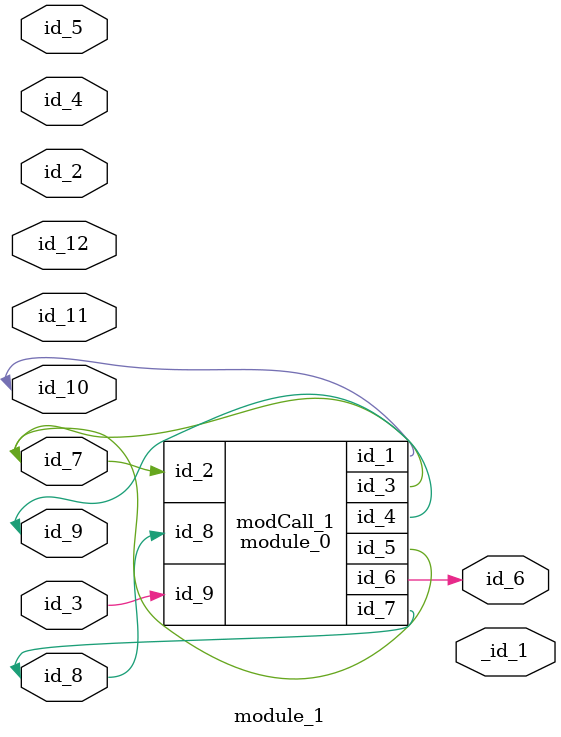
<source format=v>
module module_0 (
    id_1,
    id_2,
    id_3,
    id_4,
    id_5,
    id_6,
    id_7,
    id_8,
    id_9
);
  input wire id_9;
  input wire id_8;
  output tri id_7;
  output wire id_6;
  assign module_1.id_1 = 0;
  output wire id_5;
  output wire id_4;
  output wire id_3;
  input wire id_2;
  output wire id_1;
  assign id_7 = -1;
  wire id_10;
  ;
  wire id_11;
  wire id_12;
endmodule
module module_1 #(
    parameter id_1 = 32'd74
) (
    _id_1,
    id_2,
    id_3,
    id_4,
    id_5,
    id_6,
    id_7,
    id_8,
    id_9,
    id_10,
    id_11,
    id_12
);
  input wire id_12;
  input wire id_11;
  inout wire id_10;
  inout wire id_9;
  inout wire id_8;
  inout wire id_7;
  output wire id_6;
  input wire id_5;
  module_0 modCall_1 (
      id_10,
      id_7,
      id_7,
      id_9,
      id_7,
      id_6,
      id_8,
      id_8,
      id_3
  );
  input wire id_4;
  input wire id_3;
  input wire id_2;
  output wire _id_1;
  wire id_13[id_1 : -1];
endmodule

</source>
